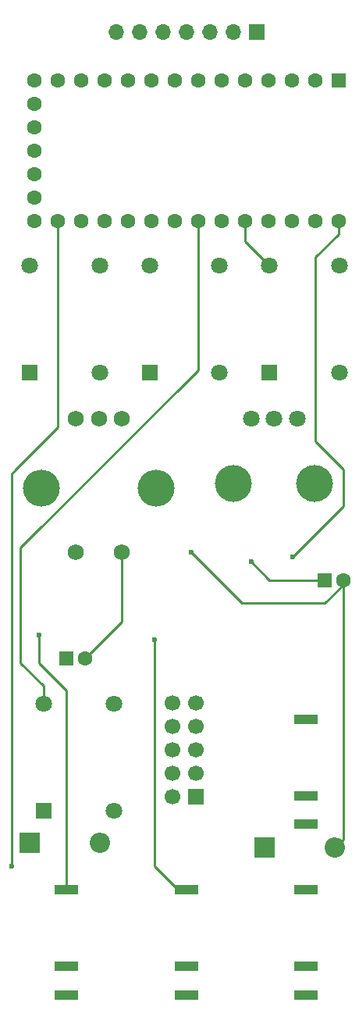
<source format=gbr>
G04 #@! TF.FileFunction,Copper,L2,Bot,Signal*
%FSLAX46Y46*%
G04 Gerber Fmt 4.6, Leading zero omitted, Abs format (unit mm)*
G04 Created by KiCad (PCBNEW 4.0.7) date 11/03/18 15:49:09*
%MOMM*%
%LPD*%
G01*
G04 APERTURE LIST*
%ADD10C,0.100000*%
%ADD11R,1.700000X1.700000*%
%ADD12C,1.700000*%
%ADD13C,1.800000*%
%ADD14R,1.800000X1.800000*%
%ADD15O,1.700000X1.700000*%
%ADD16C,1.750000*%
%ADD17O,4.000000X4.000000*%
%ADD18C,1.600000*%
%ADD19R,1.600000X1.600000*%
%ADD20C,4.000000*%
%ADD21R,2.200000X2.200000*%
%ADD22O,2.200000X2.200000*%
%ADD23R,2.500000X1.000000*%
%ADD24C,0.600000*%
%ADD25C,0.250000*%
G04 APERTURE END LIST*
D10*
D11*
X124000000Y-135000000D03*
D12*
X121460000Y-135000000D03*
X124000000Y-132460000D03*
X121460000Y-132460000D03*
X124000000Y-129920000D03*
X121460000Y-129920000D03*
X124000000Y-127380000D03*
X121460000Y-127380000D03*
X124000000Y-124840000D03*
X121460000Y-124840000D03*
D13*
X115100000Y-136500000D03*
X115100000Y-124900000D03*
D14*
X107500000Y-136500000D03*
D13*
X107500000Y-124900000D03*
D11*
X130620000Y-52120000D03*
D15*
X128080000Y-52120000D03*
X125540000Y-52120000D03*
X123000000Y-52120000D03*
X120460000Y-52120000D03*
X117920000Y-52120000D03*
X115380000Y-52120000D03*
D13*
X126600000Y-89000000D03*
X126600000Y-77400000D03*
D14*
X119000000Y-89000000D03*
D13*
X119000000Y-77400000D03*
X113600000Y-89000000D03*
X113600000Y-77400000D03*
D14*
X106000000Y-89000000D03*
D13*
X106000000Y-77400000D03*
X139600000Y-89000000D03*
X139600000Y-77400000D03*
D14*
X132000000Y-89000000D03*
D13*
X132000000Y-77400000D03*
D16*
X111000000Y-94000000D03*
X116000000Y-94000000D03*
X113500000Y-94000000D03*
X116000000Y-108500000D03*
X111000000Y-108500000D03*
D17*
X119700000Y-101500000D03*
X107300000Y-101500000D03*
D18*
X106490000Y-65000000D03*
X106490000Y-67540000D03*
X106490000Y-70080000D03*
X106490000Y-72620000D03*
X106490000Y-62460000D03*
X106490000Y-59920000D03*
X106490000Y-57380000D03*
X109030000Y-72620000D03*
X111570000Y-72620000D03*
X114110000Y-72620000D03*
X116650000Y-72620000D03*
X119190000Y-72620000D03*
X121730000Y-72620000D03*
X124270000Y-72620000D03*
X126810000Y-72620000D03*
X129350000Y-72620000D03*
X131890000Y-72620000D03*
X134430000Y-72620000D03*
X136970000Y-72620000D03*
X139510000Y-72620000D03*
X109030000Y-57380000D03*
X111570000Y-57380000D03*
X114110000Y-57380000D03*
X116650000Y-57380000D03*
X119190000Y-57380000D03*
X121730000Y-57380000D03*
X124270000Y-57380000D03*
X126810000Y-57380000D03*
X129350000Y-57380000D03*
X131890000Y-57380000D03*
X134430000Y-57380000D03*
X136970000Y-57380000D03*
D19*
X139510000Y-57380000D03*
D13*
X130000000Y-94000000D03*
X132500000Y-94000000D03*
X135000000Y-94000000D03*
D20*
X128100000Y-101000000D03*
X136900000Y-101000000D03*
D21*
X131500000Y-140500000D03*
D22*
X139120000Y-140500000D03*
D21*
X106000000Y-140000000D03*
D22*
X113620000Y-140000000D03*
D19*
X138000000Y-111500000D03*
D18*
X140000000Y-111500000D03*
D19*
X110000000Y-120000000D03*
D18*
X112000000Y-120000000D03*
D23*
X123000000Y-145080000D03*
X123000000Y-153380000D03*
X123000000Y-156480000D03*
X136000000Y-145080000D03*
X136000000Y-153380000D03*
X136000000Y-156480000D03*
X136000000Y-126580000D03*
X136000000Y-134880000D03*
X136000000Y-137980000D03*
X110000000Y-145080000D03*
X110000000Y-153380000D03*
X110000000Y-156480000D03*
D24*
X104000000Y-142500000D03*
X130000000Y-109500000D03*
X123500000Y-108500000D03*
X134500000Y-109000000D03*
X119500000Y-118000000D03*
X107000000Y-117500000D03*
D25*
X109030000Y-94970000D02*
X104500000Y-99500000D01*
X104500000Y-99500000D02*
X104000000Y-100000000D01*
X104000000Y-100000000D02*
X104000000Y-142500000D01*
X109030000Y-94970000D02*
X109030000Y-72620000D01*
X138000000Y-111500000D02*
X132000000Y-111500000D01*
X132000000Y-111500000D02*
X130000000Y-109500000D01*
X116000000Y-108500000D02*
X116000000Y-116000000D01*
X116000000Y-116000000D02*
X112000000Y-120000000D01*
X107500000Y-124900000D02*
X107500000Y-123000000D01*
X124270000Y-88730000D02*
X124270000Y-72620000D01*
X105000000Y-108000000D02*
X124270000Y-88730000D01*
X105000000Y-120500000D02*
X105000000Y-108000000D01*
X107500000Y-123000000D02*
X105000000Y-120500000D01*
X140000000Y-111500000D02*
X140000000Y-112000000D01*
X140000000Y-112000000D02*
X138000000Y-114000000D01*
X129000000Y-114000000D02*
X123500000Y-108500000D01*
X138000000Y-114000000D02*
X129000000Y-114000000D01*
X140000000Y-111500000D02*
X140000000Y-139620000D01*
X140000000Y-139620000D02*
X139120000Y-140500000D01*
X139510000Y-72620000D02*
X139510000Y-73990000D01*
X140000000Y-103500000D02*
X134500000Y-109000000D01*
X140000000Y-99500000D02*
X140000000Y-103500000D01*
X137000000Y-96500000D02*
X140000000Y-99500000D01*
X137000000Y-76500000D02*
X137000000Y-96500000D01*
X139510000Y-73990000D02*
X137000000Y-76500000D01*
X119500000Y-142500000D02*
X122080000Y-145080000D01*
X119500000Y-139000000D02*
X119500000Y-142500000D01*
X119500000Y-118000000D02*
X119500000Y-139000000D01*
X122080000Y-145080000D02*
X123000000Y-145080000D01*
X123000000Y-145080000D02*
X122580000Y-145080000D01*
X110000000Y-123500000D02*
X110000000Y-145080000D01*
X107000000Y-120500000D02*
X110000000Y-123500000D01*
X107000000Y-120000000D02*
X107000000Y-120500000D01*
X107000000Y-117500000D02*
X107000000Y-120000000D01*
X129350000Y-74750000D02*
X132000000Y-77400000D01*
X129350000Y-72620000D02*
X129350000Y-74750000D01*
M02*

</source>
